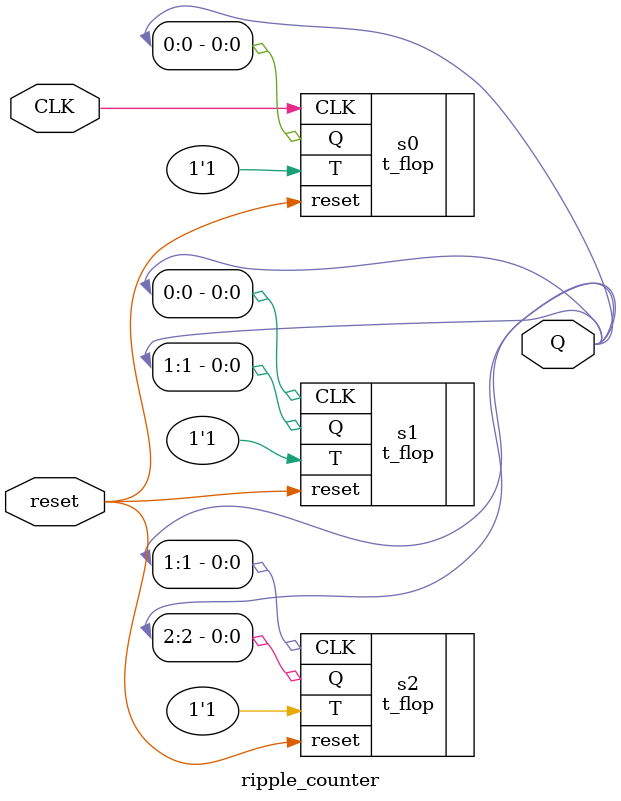
<source format=v>
module ripple_counter(
    input CLK, reset,
    output wire[2:0] Q
);
    t_flop s0(
        .T(1'b1),
        .CLK(CLK),
        .reset(reset),
        .Q(Q[0])
    );
    
    t_flop s1(
        .T(1'b1),
        .CLK(Q[0]),
        .reset(reset),
        .Q(Q[1])
    );
    
    t_flop s2(
        .T(1'b1),
        .CLK(Q[1]),
        .reset(reset),
        .Q(Q[2])
    );
endmodule

</source>
